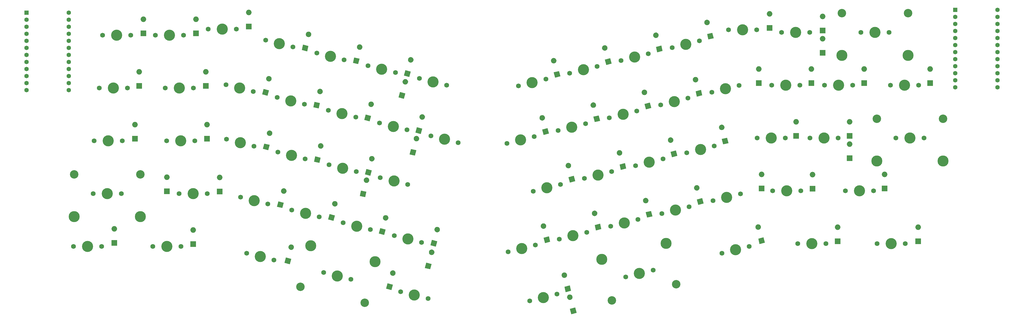
<source format=gbr>
%TF.GenerationSoftware,KiCad,Pcbnew,(5.1.7)-1*%
%TF.CreationDate,2021-08-08T11:48:14+10:00*%
%TF.ProjectId,ume,756d652e-6b69-4636-9164-5f7063625858,rev?*%
%TF.SameCoordinates,Original*%
%TF.FileFunction,Soldermask,Top*%
%TF.FilePolarity,Negative*%
%FSLAX46Y46*%
G04 Gerber Fmt 4.6, Leading zero omitted, Abs format (unit mm)*
G04 Created by KiCad (PCBNEW (5.1.7)-1) date 2021-08-08 11:48:14*
%MOMM*%
%LPD*%
G01*
G04 APERTURE LIST*
%ADD10C,1.600000*%
%ADD11R,1.600000X1.600000*%
%ADD12C,1.750000*%
%ADD13C,4.000000*%
%ADD14C,3.048000*%
%ADD15C,3.987800*%
%ADD16C,0.100000*%
%ADD17O,2.000000X2.000000*%
%ADD18R,2.000000X2.000000*%
G04 APERTURE END LIST*
D10*
%TO.C,U2*%
X388920000Y-95330000D03*
X388920000Y-97870000D03*
X388920000Y-100410000D03*
X388920000Y-102950000D03*
X388920000Y-105490000D03*
X388920000Y-108030000D03*
X388920000Y-110570000D03*
X388920000Y-113110000D03*
X388920000Y-115650000D03*
X388920000Y-118190000D03*
X388920000Y-120730000D03*
X388920000Y-123270000D03*
X373680000Y-123270000D03*
X373680000Y-120730000D03*
X373680000Y-118190000D03*
X373680000Y-115650000D03*
X373680000Y-113110000D03*
X373680000Y-110570000D03*
X373680000Y-108030000D03*
X373680000Y-105490000D03*
X373680000Y-102950000D03*
X373680000Y-100410000D03*
X373680000Y-97870000D03*
D11*
X373680000Y-95330000D03*
%TD*%
D12*
%TO.C,SW61*%
X360480000Y-122550000D03*
X350320000Y-122550000D03*
D13*
X355400000Y-122550000D03*
%TD*%
D12*
%TO.C,SW16*%
X134748401Y-108735536D03*
X124890197Y-106277610D03*
D13*
X129819299Y-107506573D03*
%TD*%
D12*
%TO.C,SW1*%
X76280000Y-104500000D03*
X66120000Y-104500000D03*
D13*
X71200000Y-104500000D03*
%TD*%
D12*
%TO.C,SW65*%
X264669329Y-189236964D03*
X254811125Y-191694890D03*
D13*
X259740227Y-190465927D03*
%TD*%
D14*
%TO.C,REF\u002A\u002A*%
X249846661Y-200131506D03*
X273013442Y-194355379D03*
D15*
X246159771Y-185344199D03*
X269326552Y-179568072D03*
%TD*%
D12*
%TO.C,SW59*%
X327050000Y-179700000D03*
X316890000Y-179700000D03*
D13*
X321970000Y-179700000D03*
%TD*%
D12*
%TO.C,SW64*%
X355630000Y-179700000D03*
X345470000Y-179700000D03*
D13*
X350550000Y-179700000D03*
%TD*%
D15*
%TO.C,REF\u002A\u002A*%
X345362000Y-149855000D03*
X369238000Y-149855000D03*
D14*
X345362000Y-134615000D03*
X369238000Y-134615000D03*
%TD*%
D12*
%TO.C,SW62*%
X362380000Y-141600000D03*
X352220000Y-141600000D03*
D13*
X357300000Y-141600000D03*
%TD*%
D12*
%TO.C,SW63*%
X344180000Y-160650000D03*
X334020000Y-160650000D03*
D13*
X339100000Y-160650000D03*
%TD*%
D12*
%TO.C,SW10*%
X94380000Y-180700000D03*
X84220000Y-180700000D03*
D13*
X89300000Y-180700000D03*
%TD*%
D12*
%TO.C,SW5*%
X65780000Y-180700000D03*
X55620000Y-180700000D03*
D13*
X60700000Y-180700000D03*
%TD*%
D14*
%TO.C,REF\u002A\u002A*%
X356638000Y-96515000D03*
X332762000Y-96515000D03*
D15*
X356638000Y-111755000D03*
X332762000Y-111755000D03*
%TD*%
D12*
%TO.C,SW60*%
X349780000Y-103500000D03*
X339620000Y-103500000D03*
D13*
X344700000Y-103500000D03*
%TD*%
D14*
%TO.C,REF\u002A\u002A*%
X137493767Y-195229652D03*
X160660548Y-201005779D03*
D15*
X141180657Y-180442345D03*
X164347438Y-186218472D03*
%TD*%
D12*
%TO.C,SW20*%
X155696084Y-192569163D03*
X145837880Y-190111237D03*
D13*
X150766982Y-191340200D03*
%TD*%
D15*
%TO.C,REF\u002A\u002A*%
X55862000Y-169905000D03*
X79738000Y-169905000D03*
D14*
X55862000Y-154665000D03*
X79738000Y-154665000D03*
%TD*%
D12*
%TO.C,SW4*%
X72880000Y-161650000D03*
X62720000Y-161650000D03*
D13*
X67800000Y-161650000D03*
%TD*%
D12*
%TO.C,SW3*%
X73180000Y-142600000D03*
X63020000Y-142600000D03*
D13*
X68100000Y-142600000D03*
%TD*%
D12*
%TO.C,SW2*%
X75080000Y-123550000D03*
X64920000Y-123550000D03*
D13*
X70000000Y-123550000D03*
%TD*%
D12*
%TO.C,SW6*%
X95330000Y-104500000D03*
X85170000Y-104500000D03*
D13*
X90250000Y-104500000D03*
%TD*%
D12*
%TO.C,SW7*%
X98880000Y-123550000D03*
X88720000Y-123550000D03*
D13*
X93800000Y-123550000D03*
%TD*%
D12*
%TO.C,SW8*%
X99380000Y-142600000D03*
X89220000Y-142600000D03*
D13*
X94300000Y-142600000D03*
%TD*%
D12*
%TO.C,SW9*%
X103830000Y-161650000D03*
X93670000Y-161650000D03*
D13*
X98750000Y-161650000D03*
%TD*%
D12*
%TO.C,SW11*%
X114380000Y-102300000D03*
X104220000Y-102300000D03*
D13*
X109300000Y-102300000D03*
%TD*%
D12*
%TO.C,SW12*%
X120436832Y-124800451D03*
X110578628Y-122342525D03*
D13*
X115507730Y-123571488D03*
%TD*%
D12*
%TO.C,SW13*%
X120679698Y-144494194D03*
X110821494Y-142036268D03*
D13*
X115750596Y-143265231D03*
%TD*%
D12*
%TO.C,SW14*%
X125725529Y-165385450D03*
X115867325Y-162927524D03*
D13*
X120796427Y-164156487D03*
%TD*%
D12*
%TO.C,SW15*%
X127908987Y-185563037D03*
X118050783Y-183105111D03*
D13*
X122979885Y-184334074D03*
%TD*%
D12*
%TO.C,SW17*%
X138920965Y-129409063D03*
X129062761Y-126951137D03*
D13*
X133991863Y-128180100D03*
%TD*%
D12*
%TO.C,SW18*%
X139163832Y-149102806D03*
X129305628Y-146644880D03*
D13*
X134234730Y-147873843D03*
%TD*%
D12*
%TO.C,SW19*%
X144209662Y-169994062D03*
X134351458Y-167536136D03*
D13*
X139280560Y-168765099D03*
%TD*%
D12*
%TO.C,SW21*%
X153232535Y-113344148D03*
X143374331Y-110886222D03*
D13*
X148303433Y-112115185D03*
%TD*%
D12*
%TO.C,SW22*%
X157405099Y-134017675D03*
X147546895Y-131559749D03*
D13*
X152475997Y-132788712D03*
%TD*%
D12*
%TO.C,SW23*%
X157647966Y-153711418D03*
X147789762Y-151253492D03*
D13*
X152718864Y-152482455D03*
%TD*%
D12*
%TO.C,SW24*%
X162693796Y-174602674D03*
X152835592Y-172144748D03*
D13*
X157764694Y-173373711D03*
%TD*%
D12*
%TO.C,SW25*%
X183483182Y-199475288D03*
X173624978Y-197017362D03*
D13*
X178554080Y-198246325D03*
%TD*%
D12*
%TO.C,SW26*%
X171716668Y-117952760D03*
X161858464Y-115494834D03*
D13*
X166787566Y-116723797D03*
%TD*%
D12*
%TO.C,SW27*%
X175889233Y-138626287D03*
X166031029Y-136168361D03*
D13*
X170960131Y-137397324D03*
%TD*%
D12*
%TO.C,SW28*%
X176132099Y-158320030D03*
X166273895Y-155862104D03*
D13*
X171202997Y-157091067D03*
%TD*%
D12*
%TO.C,SW29*%
X181177930Y-179211287D03*
X171319726Y-176753361D03*
D13*
X176248828Y-177982324D03*
%TD*%
D12*
%TO.C,SW30*%
X190200802Y-122561372D03*
X180342598Y-120103446D03*
D13*
X185271700Y-121332409D03*
%TD*%
D12*
%TO.C,SW31*%
X194373366Y-143234899D03*
X184515162Y-140776973D03*
D13*
X189444264Y-142005936D03*
%TD*%
D12*
%TO.C,SW32*%
X225976584Y-120352452D03*
X216118380Y-122810378D03*
D13*
X221047482Y-121581415D03*
%TD*%
D12*
%TO.C,SW33*%
X221804020Y-141025979D03*
X211945816Y-143483905D03*
D13*
X216874918Y-142254942D03*
%TD*%
D12*
%TO.C,SW34*%
X240288153Y-136417367D03*
X230429949Y-138875293D03*
D13*
X235359051Y-137646330D03*
%TD*%
D12*
%TO.C,SW35*%
X231264110Y-158300503D03*
X221405906Y-160758429D03*
D13*
X226335008Y-159529466D03*
%TD*%
D12*
%TO.C,SW36*%
X222240067Y-180183639D03*
X212381863Y-182641565D03*
D13*
X217310965Y-181412602D03*
%TD*%
D12*
%TO.C,SW37*%
X244460717Y-115743840D03*
X234602513Y-118201766D03*
D13*
X239531615Y-116972803D03*
%TD*%
D12*
%TO.C,SW38*%
X258772287Y-131808754D03*
X248914083Y-134266680D03*
D13*
X253843185Y-133037717D03*
%TD*%
D12*
%TO.C,SW39*%
X249748244Y-153691891D03*
X239890040Y-156149817D03*
D13*
X244819142Y-154920854D03*
%TD*%
D12*
%TO.C,SW40*%
X240724201Y-175575027D03*
X230865997Y-178032953D03*
D13*
X235795099Y-176803990D03*
%TD*%
D12*
%TO.C,SW41*%
X230015488Y-197877137D03*
X220157284Y-200335063D03*
D13*
X225086386Y-199106100D03*
%TD*%
D12*
%TO.C,SW42*%
X262944851Y-111135228D03*
X253086647Y-113593154D03*
D13*
X258015749Y-112364191D03*
%TD*%
D12*
%TO.C,SW43*%
X277256420Y-127200142D03*
X267398216Y-129658068D03*
D13*
X272327318Y-128429105D03*
%TD*%
D12*
%TO.C,SW44*%
X268232377Y-149083279D03*
X258374173Y-151541205D03*
D13*
X263303275Y-150312242D03*
%TD*%
D12*
%TO.C,SW45*%
X259208335Y-170966415D03*
X249350131Y-173424341D03*
D13*
X254279233Y-172195378D03*
%TD*%
D12*
%TO.C,SW46*%
X281428984Y-106526616D03*
X271570780Y-108984542D03*
D13*
X276499882Y-107755579D03*
%TD*%
D12*
%TO.C,SW47*%
X295740554Y-122591530D03*
X285882350Y-125049456D03*
D13*
X290811452Y-123820493D03*
%TD*%
D12*
%TO.C,SW48*%
X286716511Y-144474666D03*
X276858307Y-146932592D03*
D13*
X281787409Y-145703629D03*
%TD*%
D12*
%TO.C,SW49*%
X277692468Y-166357803D03*
X267834264Y-168815729D03*
D13*
X272763366Y-167586766D03*
%TD*%
D12*
%TO.C,SW50*%
X302077490Y-102537231D03*
X291917490Y-102537231D03*
D13*
X296997490Y-102537231D03*
%TD*%
D12*
%TO.C,SW51*%
X317630000Y-122550000D03*
X307470000Y-122550000D03*
D13*
X312550000Y-122550000D03*
%TD*%
D12*
%TO.C,SW52*%
X312380000Y-141600000D03*
X302220000Y-141600000D03*
D13*
X307300000Y-141600000D03*
%TD*%
D12*
%TO.C,SW53*%
X296176602Y-161749191D03*
X286318398Y-164207117D03*
D13*
X291247500Y-162978154D03*
%TD*%
D12*
%TO.C,SW54*%
X299352455Y-180662406D03*
X289494251Y-183120332D03*
D13*
X294423353Y-181891369D03*
%TD*%
D12*
%TO.C,SW55*%
X321180000Y-103500000D03*
X311020000Y-103500000D03*
D13*
X316100000Y-103500000D03*
%TD*%
D12*
%TO.C,SW56*%
X336680000Y-122550000D03*
X326520000Y-122550000D03*
D13*
X331600000Y-122550000D03*
%TD*%
D12*
%TO.C,SW57*%
X331430000Y-141600000D03*
X321270000Y-141600000D03*
D13*
X326350000Y-141600000D03*
%TD*%
D12*
%TO.C,SW58*%
X317980000Y-160650000D03*
X307820000Y-160650000D03*
D13*
X312900000Y-160650000D03*
%TD*%
%TO.C,D65*%
G36*
G01*
X234884594Y-199962405D02*
X234884594Y-199962405D01*
G75*
G02*
X233672376Y-199234031I-241922J970296D01*
G01*
X233672376Y-199234031D01*
G75*
G02*
X234400750Y-198021813I970296J241922D01*
G01*
X234400750Y-198021813D01*
G75*
G02*
X235612968Y-198750187I241922J-970296D01*
G01*
X235612968Y-198750187D01*
G75*
G02*
X234884594Y-199962405I-970296J-241922D01*
G01*
G37*
D16*
G36*
X237083853Y-204649585D02*
G01*
X235143261Y-205133429D01*
X234659417Y-203192837D01*
X236600009Y-202708993D01*
X237083853Y-204649585D01*
G37*
%TD*%
D11*
%TO.C,U1*%
X38680000Y-96330000D03*
D10*
X38680000Y-98870000D03*
X38680000Y-101410000D03*
X38680000Y-103950000D03*
X38680000Y-106490000D03*
X38680000Y-109030000D03*
X38680000Y-111570000D03*
X38680000Y-114110000D03*
X38680000Y-116650000D03*
X38680000Y-119190000D03*
X38680000Y-121730000D03*
X38680000Y-124270000D03*
X53920000Y-124270000D03*
X53920000Y-121730000D03*
X53920000Y-119190000D03*
X53920000Y-116650000D03*
X53920000Y-114110000D03*
X53920000Y-111570000D03*
X53920000Y-109030000D03*
X53920000Y-106490000D03*
X53920000Y-103950000D03*
X53920000Y-101410000D03*
X53920000Y-98870000D03*
X53920000Y-96330000D03*
%TD*%
D17*
%TO.C,D64*%
X360300000Y-173720000D03*
D18*
X360300000Y-178800000D03*
%TD*%
D17*
%TO.C,D63*%
X348200000Y-154720000D03*
D18*
X348200000Y-159800000D03*
%TD*%
D17*
%TO.C,D62*%
X335600000Y-143800000D03*
D18*
X335600000Y-148880000D03*
%TD*%
D17*
%TO.C,D61*%
X364600000Y-116720000D03*
D18*
X364600000Y-121800000D03*
%TD*%
D17*
%TO.C,D60*%
X325800000Y-105800000D03*
D18*
X325800000Y-110880000D03*
%TD*%
D17*
%TO.C,D59*%
X331300000Y-173720000D03*
D18*
X331300000Y-178800000D03*
%TD*%
D17*
%TO.C,D58*%
X322200000Y-154800000D03*
D18*
X322200000Y-159880000D03*
%TD*%
D17*
%TO.C,D57*%
X335600000Y-135720000D03*
D18*
X335600000Y-140800000D03*
%TD*%
D17*
%TO.C,D56*%
X340800000Y-116720000D03*
D18*
X340800000Y-121800000D03*
%TD*%
D17*
%TO.C,D55*%
X325800000Y-97720000D03*
D18*
X325800000Y-102800000D03*
%TD*%
%TO.C,D54*%
G36*
G01*
X302824511Y-174664271D02*
X302824511Y-174664271D01*
G75*
G02*
X301612293Y-173935897I-241922J970296D01*
G01*
X301612293Y-173935897D01*
G75*
G02*
X302340667Y-172723679I970296J241922D01*
G01*
X302340667Y-172723679D01*
G75*
G02*
X303552885Y-173452053I241922J-970296D01*
G01*
X303552885Y-173452053D01*
G75*
G02*
X302824511Y-174664271I-970296J-241922D01*
G01*
G37*
D16*
G36*
X305023770Y-179351451D02*
G01*
X303083178Y-179835295D01*
X302599334Y-177894703D01*
X304539926Y-177410859D01*
X305023770Y-179351451D01*
G37*
%TD*%
D17*
%TO.C,D53*%
X303800000Y-154720000D03*
D18*
X303800000Y-159800000D03*
%TD*%
D17*
%TO.C,D52*%
X316300000Y-135720000D03*
D18*
X316300000Y-140800000D03*
%TD*%
D17*
%TO.C,D51*%
X321800000Y-116720000D03*
D18*
X321800000Y-121800000D03*
%TD*%
D17*
%TO.C,D50*%
X306747490Y-96757230D03*
D18*
X306747490Y-101837230D03*
%TD*%
%TO.C,D49*%
G36*
G01*
X280691471Y-160529143D02*
X280691471Y-160529143D01*
G75*
G02*
X279479253Y-159800769I-241922J970296D01*
G01*
X279479253Y-159800769D01*
G75*
G02*
X280207627Y-158588551I970296J241922D01*
G01*
X280207627Y-158588551D01*
G75*
G02*
X281419845Y-159316925I241922J-970296D01*
G01*
X281419845Y-159316925D01*
G75*
G02*
X280691471Y-160529143I-970296J-241922D01*
G01*
G37*
D16*
G36*
X282890730Y-165216323D02*
G01*
X280950138Y-165700167D01*
X280466294Y-163759575D01*
X282406886Y-163275731D01*
X282890730Y-165216323D01*
G37*
%TD*%
%TO.C,D48*%
G36*
G01*
X289679096Y-138706617D02*
X289679096Y-138706617D01*
G75*
G02*
X288466878Y-137978243I-241922J970296D01*
G01*
X288466878Y-137978243D01*
G75*
G02*
X289195252Y-136766025I970296J241922D01*
G01*
X289195252Y-136766025D01*
G75*
G02*
X290407470Y-137494399I241922J-970296D01*
G01*
X290407470Y-137494399D01*
G75*
G02*
X289679096Y-138706617I-970296J-241922D01*
G01*
G37*
G36*
X291878355Y-143393797D02*
G01*
X289937763Y-143877641D01*
X289453919Y-141937049D01*
X291394511Y-141453205D01*
X291878355Y-143393797D01*
G37*
%TD*%
D17*
%TO.C,D47*%
X302800000Y-116720000D03*
D18*
X302800000Y-121800000D03*
%TD*%
%TO.C,D46*%
G36*
G01*
X284367246Y-100867692D02*
X284367246Y-100867692D01*
G75*
G02*
X283155028Y-100139318I-241922J970296D01*
G01*
X283155028Y-100139318D01*
G75*
G02*
X283883402Y-98927100I970296J241922D01*
G01*
X283883402Y-98927100D01*
G75*
G02*
X285095620Y-99655474I241922J-970296D01*
G01*
X285095620Y-99655474D01*
G75*
G02*
X284367246Y-100867692I-970296J-241922D01*
G01*
G37*
D16*
G36*
X286566505Y-105554872D02*
G01*
X284625913Y-106038716D01*
X284142069Y-104098124D01*
X286082661Y-103614280D01*
X286566505Y-105554872D01*
G37*
%TD*%
%TO.C,D45*%
G36*
G01*
X271243477Y-143303133D02*
X271243477Y-143303133D01*
G75*
G02*
X270031259Y-142574759I-241922J970296D01*
G01*
X270031259Y-142574759D01*
G75*
G02*
X270759633Y-141362541I970296J241922D01*
G01*
X270759633Y-141362541D01*
G75*
G02*
X271971851Y-142090915I241922J-970296D01*
G01*
X271971851Y-142090915D01*
G75*
G02*
X271243477Y-143303133I-970296J-241922D01*
G01*
G37*
G36*
X273442736Y-147990313D02*
G01*
X271502144Y-148474157D01*
X271018300Y-146533565D01*
X272958892Y-146049721D01*
X273442736Y-147990313D01*
G37*
%TD*%
%TO.C,D44*%
G36*
G01*
X280231101Y-121480608D02*
X280231101Y-121480608D01*
G75*
G02*
X279018883Y-120752234I-241922J970296D01*
G01*
X279018883Y-120752234D01*
G75*
G02*
X279747257Y-119540016I970296J241922D01*
G01*
X279747257Y-119540016D01*
G75*
G02*
X280959475Y-120268390I241922J-970296D01*
G01*
X280959475Y-120268390D01*
G75*
G02*
X280231101Y-121480608I-970296J-241922D01*
G01*
G37*
G36*
X282430360Y-126167788D02*
G01*
X280489768Y-126651632D01*
X280005924Y-124711040D01*
X281946516Y-124227196D01*
X282430360Y-126167788D01*
G37*
%TD*%
%TO.C,D43*%
G36*
G01*
X265931628Y-105464208D02*
X265931628Y-105464208D01*
G75*
G02*
X264719410Y-104735834I-241922J970296D01*
G01*
X264719410Y-104735834D01*
G75*
G02*
X265447784Y-103523616I970296J241922D01*
G01*
X265447784Y-103523616D01*
G75*
G02*
X266660002Y-104251990I241922J-970296D01*
G01*
X266660002Y-104251990D01*
G75*
G02*
X265931628Y-105464208I-970296J-241922D01*
G01*
G37*
G36*
X268130887Y-110151388D02*
G01*
X266190295Y-110635232D01*
X265706451Y-108694640D01*
X267647043Y-108210796D01*
X268130887Y-110151388D01*
G37*
%TD*%
%TO.C,D42*%
G36*
G01*
X262255853Y-165125659D02*
X262255853Y-165125659D01*
G75*
G02*
X261043635Y-164397285I-241922J970296D01*
G01*
X261043635Y-164397285D01*
G75*
G02*
X261772009Y-163185067I970296J241922D01*
G01*
X261772009Y-163185067D01*
G75*
G02*
X262984227Y-163913441I241922J-970296D01*
G01*
X262984227Y-163913441D01*
G75*
G02*
X262255853Y-165125659I-970296J-241922D01*
G01*
G37*
G36*
X264455112Y-169812839D02*
G01*
X262514520Y-170296683D01*
X262030676Y-168356091D01*
X263971268Y-167872247D01*
X264455112Y-169812839D01*
G37*
%TD*%
%TO.C,D41*%
G36*
G01*
X232905366Y-192024155D02*
X232905366Y-192024155D01*
G75*
G02*
X231693148Y-191295781I-241922J970296D01*
G01*
X231693148Y-191295781D01*
G75*
G02*
X232421522Y-190083563I970296J241922D01*
G01*
X232421522Y-190083563D01*
G75*
G02*
X233633740Y-190811937I241922J-970296D01*
G01*
X233633740Y-190811937D01*
G75*
G02*
X232905366Y-192024155I-970296J-241922D01*
G01*
G37*
G36*
X235104625Y-196711335D02*
G01*
X233164033Y-197195179D01*
X232680189Y-195254587D01*
X234620781Y-194770743D01*
X235104625Y-196711335D01*
G37*
%TD*%
%TO.C,D40*%
G36*
G01*
X243820234Y-169722175D02*
X243820234Y-169722175D01*
G75*
G02*
X242608016Y-168993801I-241922J970296D01*
G01*
X242608016Y-168993801D01*
G75*
G02*
X243336390Y-167781583I970296J241922D01*
G01*
X243336390Y-167781583D01*
G75*
G02*
X244548608Y-168509957I241922J-970296D01*
G01*
X244548608Y-168509957D01*
G75*
G02*
X243820234Y-169722175I-970296J-241922D01*
G01*
G37*
G36*
X246019493Y-174409355D02*
G01*
X244078901Y-174893199D01*
X243595057Y-172952607D01*
X245535649Y-172468763D01*
X246019493Y-174409355D01*
G37*
%TD*%
%TO.C,D39*%
G36*
G01*
X252807858Y-147899649D02*
X252807858Y-147899649D01*
G75*
G02*
X251595640Y-147171275I-241922J970296D01*
G01*
X251595640Y-147171275D01*
G75*
G02*
X252324014Y-145959057I970296J241922D01*
G01*
X252324014Y-145959057D01*
G75*
G02*
X253536232Y-146687431I241922J-970296D01*
G01*
X253536232Y-146687431D01*
G75*
G02*
X252807858Y-147899649I-970296J-241922D01*
G01*
G37*
G36*
X255007117Y-152586829D02*
G01*
X253066525Y-153070673D01*
X252582681Y-151130081D01*
X254523273Y-150646237D01*
X255007117Y-152586829D01*
G37*
%TD*%
%TO.C,D38*%
G36*
G01*
X261795482Y-126077124D02*
X261795482Y-126077124D01*
G75*
G02*
X260583264Y-125348750I-241922J970296D01*
G01*
X260583264Y-125348750D01*
G75*
G02*
X261311638Y-124136532I970296J241922D01*
G01*
X261311638Y-124136532D01*
G75*
G02*
X262523856Y-124864906I241922J-970296D01*
G01*
X262523856Y-124864906D01*
G75*
G02*
X261795482Y-126077124I-970296J-241922D01*
G01*
G37*
G36*
X263994741Y-130764304D02*
G01*
X262054149Y-131248148D01*
X261570305Y-129307556D01*
X263510897Y-128823712D01*
X263994741Y-130764304D01*
G37*
%TD*%
%TO.C,D37*%
G36*
G01*
X247496009Y-110060724D02*
X247496009Y-110060724D01*
G75*
G02*
X246283791Y-109332350I-241922J970296D01*
G01*
X246283791Y-109332350D01*
G75*
G02*
X247012165Y-108120132I970296J241922D01*
G01*
X247012165Y-108120132D01*
G75*
G02*
X248224383Y-108848506I241922J-970296D01*
G01*
X248224383Y-108848506D01*
G75*
G02*
X247496009Y-110060724I-970296J-241922D01*
G01*
G37*
G36*
X249695268Y-114747904D02*
G01*
X247754676Y-115231748D01*
X247270832Y-113291156D01*
X249211424Y-112807312D01*
X249695268Y-114747904D01*
G37*
%TD*%
%TO.C,D36*%
G36*
G01*
X225384615Y-174318691D02*
X225384615Y-174318691D01*
G75*
G02*
X224172397Y-173590317I-241922J970296D01*
G01*
X224172397Y-173590317D01*
G75*
G02*
X224900771Y-172378099I970296J241922D01*
G01*
X224900771Y-172378099D01*
G75*
G02*
X226112989Y-173106473I241922J-970296D01*
G01*
X226112989Y-173106473D01*
G75*
G02*
X225384615Y-174318691I-970296J-241922D01*
G01*
G37*
G36*
X227583874Y-179005871D02*
G01*
X225643282Y-179489715D01*
X225159438Y-177549123D01*
X227100030Y-177065279D01*
X227583874Y-179005871D01*
G37*
%TD*%
%TO.C,D35*%
G36*
G01*
X234372239Y-152496165D02*
X234372239Y-152496165D01*
G75*
G02*
X233160021Y-151767791I-241922J970296D01*
G01*
X233160021Y-151767791D01*
G75*
G02*
X233888395Y-150555573I970296J241922D01*
G01*
X233888395Y-150555573D01*
G75*
G02*
X235100613Y-151283947I241922J-970296D01*
G01*
X235100613Y-151283947D01*
G75*
G02*
X234372239Y-152496165I-970296J-241922D01*
G01*
G37*
G36*
X236571498Y-157183345D02*
G01*
X234630906Y-157667189D01*
X234147062Y-155726597D01*
X236087654Y-155242753D01*
X236571498Y-157183345D01*
G37*
%TD*%
%TO.C,D34*%
G36*
G01*
X243359863Y-130673640D02*
X243359863Y-130673640D01*
G75*
G02*
X242147645Y-129945266I-241922J970296D01*
G01*
X242147645Y-129945266D01*
G75*
G02*
X242876019Y-128733048I970296J241922D01*
G01*
X242876019Y-128733048D01*
G75*
G02*
X244088237Y-129461422I241922J-970296D01*
G01*
X244088237Y-129461422D01*
G75*
G02*
X243359863Y-130673640I-970296J-241922D01*
G01*
G37*
G36*
X245559122Y-135360820D02*
G01*
X243618530Y-135844664D01*
X243134686Y-133904072D01*
X245075278Y-133420228D01*
X245559122Y-135360820D01*
G37*
%TD*%
%TO.C,D33*%
G36*
G01*
X224924244Y-135270156D02*
X224924244Y-135270156D01*
G75*
G02*
X223712026Y-134541782I-241922J970296D01*
G01*
X223712026Y-134541782D01*
G75*
G02*
X224440400Y-133329564I970296J241922D01*
G01*
X224440400Y-133329564D01*
G75*
G02*
X225652618Y-134057938I241922J-970296D01*
G01*
X225652618Y-134057938D01*
G75*
G02*
X224924244Y-135270156I-970296J-241922D01*
G01*
G37*
G36*
X227123503Y-139957336D02*
G01*
X225182911Y-140441180D01*
X224699067Y-138500588D01*
X226639659Y-138016744D01*
X227123503Y-139957336D01*
G37*
%TD*%
%TO.C,D32*%
G36*
G01*
X229060390Y-114657240D02*
X229060390Y-114657240D01*
G75*
G02*
X227848172Y-113928866I-241922J970296D01*
G01*
X227848172Y-113928866D01*
G75*
G02*
X228576546Y-112716648I970296J241922D01*
G01*
X228576546Y-112716648D01*
G75*
G02*
X229788764Y-113445022I241922J-970296D01*
G01*
X229788764Y-113445022D01*
G75*
G02*
X229060390Y-114657240I-970296J-241922D01*
G01*
G37*
G36*
X231259649Y-119344420D02*
G01*
X229319057Y-119828264D01*
X228835213Y-117887672D01*
X230775805Y-117403828D01*
X231259649Y-119344420D01*
G37*
%TD*%
%TO.C,D31*%
G36*
G01*
X179058078Y-142770296D02*
X179058078Y-142770296D01*
G75*
G02*
X178329704Y-141558078I241922J970296D01*
G01*
X178329704Y-141558078D01*
G75*
G02*
X179541922Y-140829704I970296J-241922D01*
G01*
X179541922Y-140829704D01*
G75*
G02*
X180270296Y-142041922I-241922J-970296D01*
G01*
X180270296Y-142041922D01*
G75*
G02*
X179058078Y-142770296I-970296J241922D01*
G01*
G37*
G36*
X178799411Y-147941320D02*
G01*
X176858819Y-147457476D01*
X177342663Y-145516884D01*
X179283255Y-146000728D01*
X178799411Y-147941320D01*
G37*
%TD*%
%TO.C,D30*%
G36*
G01*
X175058078Y-122270296D02*
X175058078Y-122270296D01*
G75*
G02*
X174329704Y-121058078I241922J970296D01*
G01*
X174329704Y-121058078D01*
G75*
G02*
X175541922Y-120329704I970296J-241922D01*
G01*
X175541922Y-120329704D01*
G75*
G02*
X176270296Y-121541922I-241922J-970296D01*
G01*
X176270296Y-121541922D01*
G75*
G02*
X175058078Y-122270296I-970296J241922D01*
G01*
G37*
G36*
X174799411Y-127441320D02*
G01*
X172858819Y-126957476D01*
X173342663Y-125016884D01*
X175283255Y-125500728D01*
X174799411Y-127441320D01*
G37*
%TD*%
%TO.C,D29*%
G36*
G01*
X186558078Y-175581697D02*
X186558078Y-175581697D01*
G75*
G02*
X185829704Y-174369479I241922J970296D01*
G01*
X185829704Y-174369479D01*
G75*
G02*
X187041922Y-173641105I970296J-241922D01*
G01*
X187041922Y-173641105D01*
G75*
G02*
X187770296Y-174853323I-241922J-970296D01*
G01*
X187770296Y-174853323D01*
G75*
G02*
X186558078Y-175581697I-970296J241922D01*
G01*
G37*
G36*
X186299411Y-180752721D02*
G01*
X184358819Y-180268877D01*
X184842663Y-178328285D01*
X186783255Y-178812129D01*
X186299411Y-180752721D01*
G37*
%TD*%
%TO.C,D28*%
G36*
G01*
X161058078Y-157770296D02*
X161058078Y-157770296D01*
G75*
G02*
X160329704Y-156558078I241922J970296D01*
G01*
X160329704Y-156558078D01*
G75*
G02*
X161541922Y-155829704I970296J-241922D01*
G01*
X161541922Y-155829704D01*
G75*
G02*
X162270296Y-157041922I-241922J-970296D01*
G01*
X162270296Y-157041922D01*
G75*
G02*
X161058078Y-157770296I-970296J241922D01*
G01*
G37*
G36*
X160799411Y-162941320D02*
G01*
X158858819Y-162457476D01*
X159342663Y-160516884D01*
X161283255Y-161000728D01*
X160799411Y-162941320D01*
G37*
%TD*%
%TO.C,D27*%
G36*
G01*
X181152363Y-134960670D02*
X181152363Y-134960670D01*
G75*
G02*
X180423989Y-133748452I241922J970296D01*
G01*
X180423989Y-133748452D01*
G75*
G02*
X181636207Y-133020078I970296J-241922D01*
G01*
X181636207Y-133020078D01*
G75*
G02*
X182364581Y-134232296I-241922J-970296D01*
G01*
X182364581Y-134232296D01*
G75*
G02*
X181152363Y-134960670I-970296J241922D01*
G01*
G37*
G36*
X180893696Y-140131694D02*
G01*
X178953104Y-139647850D01*
X179436948Y-137707258D01*
X181377540Y-138191102D01*
X180893696Y-140131694D01*
G37*
%TD*%
%TO.C,D26*%
G36*
G01*
X177016218Y-114347754D02*
X177016218Y-114347754D01*
G75*
G02*
X176287844Y-113135536I241922J970296D01*
G01*
X176287844Y-113135536D01*
G75*
G02*
X177500062Y-112407162I970296J-241922D01*
G01*
X177500062Y-112407162D01*
G75*
G02*
X178228436Y-113619380I-241922J-970296D01*
G01*
X178228436Y-113619380D01*
G75*
G02*
X177016218Y-114347754I-970296J241922D01*
G01*
G37*
G36*
X176757551Y-119518778D02*
G01*
X174816959Y-119034934D01*
X175300803Y-117094342D01*
X177241395Y-117578186D01*
X176757551Y-119518778D01*
G37*
%TD*%
%TO.C,D25*%
G36*
G01*
X184558078Y-183770296D02*
X184558078Y-183770296D01*
G75*
G02*
X183829704Y-182558078I241922J970296D01*
G01*
X183829704Y-182558078D01*
G75*
G02*
X185041922Y-181829704I970296J-241922D01*
G01*
X185041922Y-181829704D01*
G75*
G02*
X185770296Y-183041922I-241922J-970296D01*
G01*
X185770296Y-183041922D01*
G75*
G02*
X184558078Y-183770296I-970296J241922D01*
G01*
G37*
G36*
X184299411Y-188941320D02*
G01*
X182358819Y-188457476D01*
X182842663Y-186516884D01*
X184783255Y-187000728D01*
X184299411Y-188941320D01*
G37*
%TD*%
%TO.C,D24*%
G36*
G01*
X167957187Y-171349368D02*
X167957187Y-171349368D01*
G75*
G02*
X167228813Y-170137150I241922J970296D01*
G01*
X167228813Y-170137150D01*
G75*
G02*
X168441031Y-169408776I970296J-241922D01*
G01*
X168441031Y-169408776D01*
G75*
G02*
X169169405Y-170620994I-241922J-970296D01*
G01*
X169169405Y-170620994D01*
G75*
G02*
X167957187Y-171349368I-970296J241922D01*
G01*
G37*
G36*
X167698520Y-176520392D02*
G01*
X165757928Y-176036548D01*
X166241772Y-174095956D01*
X168182364Y-174579800D01*
X167698520Y-176520392D01*
G37*
%TD*%
%TO.C,D23*%
G36*
G01*
X162971707Y-150009382D02*
X162971707Y-150009382D01*
G75*
G02*
X162243333Y-148797164I241922J970296D01*
G01*
X162243333Y-148797164D01*
G75*
G02*
X163455551Y-148068790I970296J-241922D01*
G01*
X163455551Y-148068790D01*
G75*
G02*
X164183925Y-149281008I-241922J-970296D01*
G01*
X164183925Y-149281008D01*
G75*
G02*
X162971707Y-150009382I-970296J241922D01*
G01*
G37*
G36*
X162713040Y-155180406D02*
G01*
X160772448Y-154696562D01*
X161256292Y-152755970D01*
X163196884Y-153239814D01*
X162713040Y-155180406D01*
G37*
%TD*%
%TO.C,D22*%
G36*
G01*
X162716745Y-130364154D02*
X162716745Y-130364154D01*
G75*
G02*
X161988371Y-129151936I241922J970296D01*
G01*
X161988371Y-129151936D01*
G75*
G02*
X163200589Y-128423562I970296J-241922D01*
G01*
X163200589Y-128423562D01*
G75*
G02*
X163928963Y-129635780I-241922J-970296D01*
G01*
X163928963Y-129635780D01*
G75*
G02*
X162716745Y-130364154I-970296J241922D01*
G01*
G37*
G36*
X162458078Y-135535178D02*
G01*
X160517486Y-135051334D01*
X161001330Y-133110742D01*
X162941922Y-133594586D01*
X162458078Y-135535178D01*
G37*
%TD*%
%TO.C,D21*%
G36*
G01*
X158580599Y-109751238D02*
X158580599Y-109751238D01*
G75*
G02*
X157852225Y-108539020I241922J970296D01*
G01*
X157852225Y-108539020D01*
G75*
G02*
X159064443Y-107810646I970296J-241922D01*
G01*
X159064443Y-107810646D01*
G75*
G02*
X159792817Y-109022864I-241922J-970296D01*
G01*
X159792817Y-109022864D01*
G75*
G02*
X158580599Y-109751238I-970296J241922D01*
G01*
G37*
G36*
X158321932Y-114922262D02*
G01*
X156381340Y-114438418D01*
X156865184Y-112497826D01*
X158805776Y-112981670D01*
X158321932Y-114922262D01*
G37*
%TD*%
%TO.C,D20*%
G36*
G01*
X170558078Y-191270296D02*
X170558078Y-191270296D01*
G75*
G02*
X169829704Y-190058078I241922J970296D01*
G01*
X169829704Y-190058078D01*
G75*
G02*
X171041922Y-189329704I970296J-241922D01*
G01*
X171041922Y-189329704D01*
G75*
G02*
X171770296Y-190541922I-241922J-970296D01*
G01*
X171770296Y-190541922D01*
G75*
G02*
X170558078Y-191270296I-970296J241922D01*
G01*
G37*
G36*
X170299411Y-196441320D02*
G01*
X168358819Y-195957476D01*
X168842663Y-194016884D01*
X170783255Y-194500728D01*
X170299411Y-196441320D01*
G37*
%TD*%
%TO.C,D19*%
G36*
G01*
X149642530Y-166267704D02*
X149642530Y-166267704D01*
G75*
G02*
X148914156Y-165055486I241922J970296D01*
G01*
X148914156Y-165055486D01*
G75*
G02*
X150126374Y-164327112I970296J-241922D01*
G01*
X150126374Y-164327112D01*
G75*
G02*
X150854748Y-165539330I-241922J-970296D01*
G01*
X150854748Y-165539330D01*
G75*
G02*
X149642530Y-166267704I-970296J241922D01*
G01*
G37*
G36*
X149383863Y-171438728D02*
G01*
X147443271Y-170954884D01*
X147927115Y-169014292D01*
X149867707Y-169498136D01*
X149383863Y-171438728D01*
G37*
%TD*%
%TO.C,D18*%
G36*
G01*
X144536088Y-145412866D02*
X144536088Y-145412866D01*
G75*
G02*
X143807714Y-144200648I241922J970296D01*
G01*
X143807714Y-144200648D01*
G75*
G02*
X145019932Y-143472274I970296J-241922D01*
G01*
X145019932Y-143472274D01*
G75*
G02*
X145748306Y-144684492I-241922J-970296D01*
G01*
X145748306Y-144684492D01*
G75*
G02*
X144536088Y-145412866I-970296J241922D01*
G01*
G37*
G36*
X144277421Y-150583890D02*
G01*
X142336829Y-150100046D01*
X142820673Y-148159454D01*
X144761265Y-148643298D01*
X144277421Y-150583890D01*
G37*
%TD*%
%TO.C,D17*%
G36*
G01*
X144281126Y-125767638D02*
X144281126Y-125767638D01*
G75*
G02*
X143552752Y-124555420I241922J970296D01*
G01*
X143552752Y-124555420D01*
G75*
G02*
X144764970Y-123827046I970296J-241922D01*
G01*
X144764970Y-123827046D01*
G75*
G02*
X145493344Y-125039264I-241922J-970296D01*
G01*
X145493344Y-125039264D01*
G75*
G02*
X144281126Y-125767638I-970296J241922D01*
G01*
G37*
G36*
X144022459Y-130938662D02*
G01*
X142081867Y-130454818D01*
X142565711Y-128514226D01*
X144506303Y-128998070D01*
X144022459Y-130938662D01*
G37*
%TD*%
%TO.C,D16*%
G36*
G01*
X140144980Y-105154722D02*
X140144980Y-105154722D01*
G75*
G02*
X139416606Y-103942504I241922J970296D01*
G01*
X139416606Y-103942504D01*
G75*
G02*
X140628824Y-103214130I970296J-241922D01*
G01*
X140628824Y-103214130D01*
G75*
G02*
X141357198Y-104426348I-241922J-970296D01*
G01*
X141357198Y-104426348D01*
G75*
G02*
X140144980Y-105154722I-970296J241922D01*
G01*
G37*
G36*
X139886313Y-110325746D02*
G01*
X137945721Y-109841902D01*
X138429565Y-107901310D01*
X140370157Y-108385154D01*
X139886313Y-110325746D01*
G37*
%TD*%
%TO.C,D15*%
G36*
G01*
X133887613Y-181921221D02*
X133887613Y-181921221D01*
G75*
G02*
X133159239Y-180709003I241922J970296D01*
G01*
X133159239Y-180709003D01*
G75*
G02*
X134371457Y-179980629I970296J-241922D01*
G01*
X134371457Y-179980629D01*
G75*
G02*
X135099831Y-181192847I-241922J-970296D01*
G01*
X135099831Y-181192847D01*
G75*
G02*
X133887613Y-181921221I-970296J241922D01*
G01*
G37*
G36*
X133628946Y-187092245D02*
G01*
X131688354Y-186608401D01*
X132172198Y-184667809D01*
X134112790Y-185151653D01*
X133628946Y-187092245D01*
G37*
%TD*%
%TO.C,D14*%
G36*
G01*
X131206911Y-161671188D02*
X131206911Y-161671188D01*
G75*
G02*
X130478537Y-160458970I241922J970296D01*
G01*
X130478537Y-160458970D01*
G75*
G02*
X131690755Y-159730596I970296J-241922D01*
G01*
X131690755Y-159730596D01*
G75*
G02*
X132419129Y-160942814I-241922J-970296D01*
G01*
X132419129Y-160942814D01*
G75*
G02*
X131206911Y-161671188I-970296J241922D01*
G01*
G37*
G36*
X130948244Y-166842212D02*
G01*
X129007652Y-166358368D01*
X129491496Y-164417776D01*
X131432088Y-164901620D01*
X130948244Y-166842212D01*
G37*
%TD*%
%TO.C,D13*%
G36*
G01*
X126100470Y-140816350D02*
X126100470Y-140816350D01*
G75*
G02*
X125372096Y-139604132I241922J970296D01*
G01*
X125372096Y-139604132D01*
G75*
G02*
X126584314Y-138875758I970296J-241922D01*
G01*
X126584314Y-138875758D01*
G75*
G02*
X127312688Y-140087976I-241922J-970296D01*
G01*
X127312688Y-140087976D01*
G75*
G02*
X126100470Y-140816350I-970296J241922D01*
G01*
G37*
G36*
X125841803Y-145987374D02*
G01*
X123901211Y-145503530D01*
X124385055Y-143562938D01*
X126325647Y-144046782D01*
X125841803Y-145987374D01*
G37*
%TD*%
%TO.C,D12*%
G36*
G01*
X125845507Y-121171122D02*
X125845507Y-121171122D01*
G75*
G02*
X125117133Y-119958904I241922J970296D01*
G01*
X125117133Y-119958904D01*
G75*
G02*
X126329351Y-119230530I970296J-241922D01*
G01*
X126329351Y-119230530D01*
G75*
G02*
X127057725Y-120442748I-241922J-970296D01*
G01*
X127057725Y-120442748D01*
G75*
G02*
X125845507Y-121171122I-970296J241922D01*
G01*
G37*
G36*
X125586840Y-126342146D02*
G01*
X123646248Y-125858302D01*
X124130092Y-123917710D01*
X126070684Y-124401554D01*
X125586840Y-126342146D01*
G37*
%TD*%
D17*
%TO.C,D11*%
X118800000Y-96300000D03*
D18*
X118800000Y-101380000D03*
%TD*%
D17*
%TO.C,D10*%
X98800000Y-174800000D03*
D18*
X98800000Y-179880000D03*
%TD*%
D17*
%TO.C,D9*%
X108300000Y-155800000D03*
D18*
X108300000Y-160880000D03*
%TD*%
D17*
%TO.C,D8*%
X103800000Y-136720000D03*
D18*
X103800000Y-141800000D03*
%TD*%
D17*
%TO.C,D7*%
X103300000Y-117720000D03*
D18*
X103300000Y-122800000D03*
%TD*%
D17*
%TO.C,D6*%
X99800000Y-98720000D03*
D18*
X99800000Y-103800000D03*
%TD*%
D17*
%TO.C,D5*%
X70300000Y-174300000D03*
D18*
X70300000Y-179380000D03*
%TD*%
D17*
%TO.C,D4*%
X89300000Y-155720000D03*
D18*
X89300000Y-160800000D03*
%TD*%
D17*
%TO.C,D3*%
X77800000Y-136720000D03*
D18*
X77800000Y-141800000D03*
%TD*%
D17*
%TO.C,D2*%
X79300000Y-117720000D03*
D18*
X79300000Y-122800000D03*
%TD*%
D17*
%TO.C,D1*%
X80800000Y-98720000D03*
D18*
X80800000Y-103800000D03*
%TD*%
M02*

</source>
